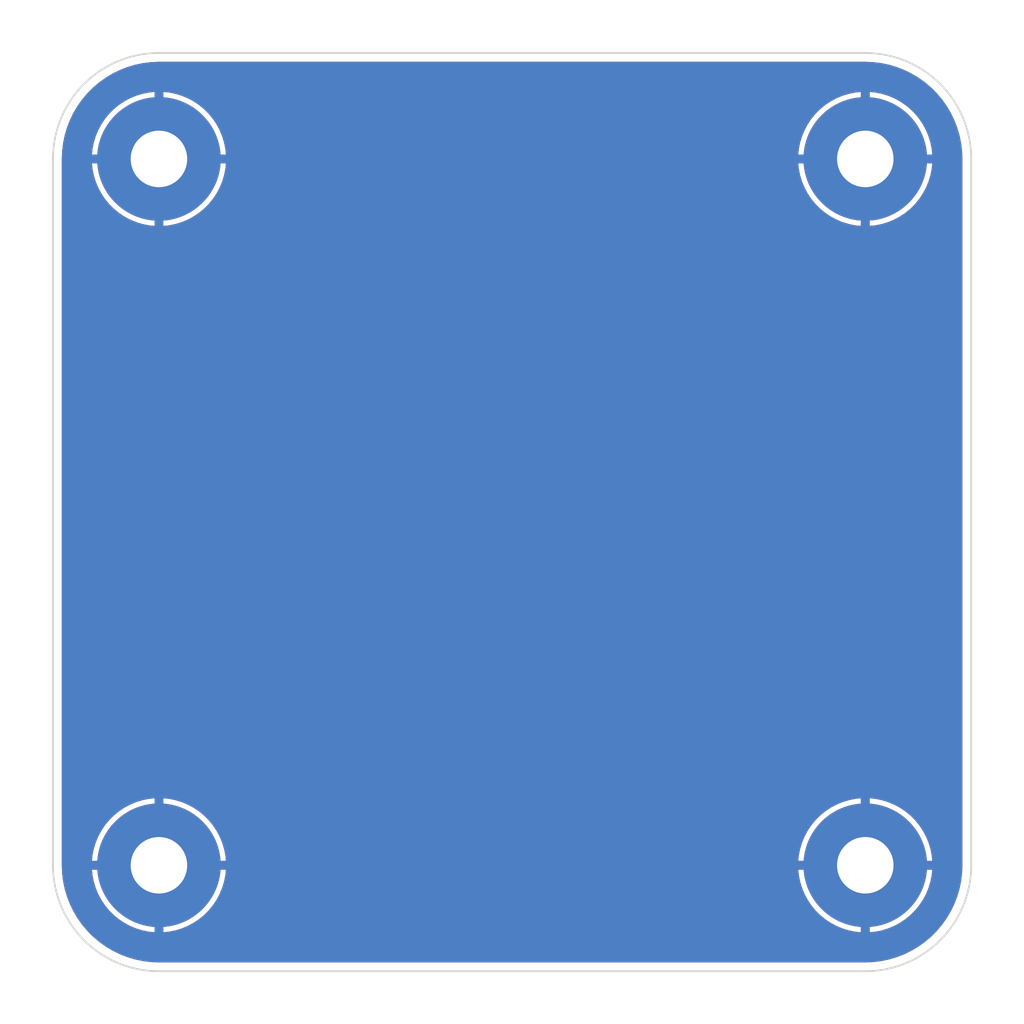
<source format=kicad_pcb>
(kicad_pcb (version 20241229) (generator "pcbnew") (generator_version "9.0")
  (title_block (title "Project name") (date "2022-02-19") (rev "1") (comment 1 "PCA number") (comment 2 "PCB number"))
  (layers (0 "F.Cu" signal) (2 "B.Cu" signal) (13 "F.Paste" user) (15 "B.Paste" user) (5 "F.SilkS" user "F.Silkscreen") (7 "B.SilkS" user "B.Silkscreen") (1 "F.Mask" user) (3 "B.Mask" user) (25 "Edge.Cuts" user))
  (net 0 "")
  (net 1 "GND")
  (footprint "lily_footprints:mec_hole_m3_pth" (layer "F.Cu") (at 130 110)
    (property "Reference" "M1004" (hide yes))
    (property "Value" "mec_hole_m3_pth" (hide yes))
    (pad "1" thru_hole circle (at 0 0) (size 7 7) (drill 3.2) (layers "*.Cu" "*.Mask") (net 1 "GND") (thermal_bridge_width 0.5) (thermal_gap 0.3))
  )
  (footprint "lily_footprints:mec_hole_m3_pth" (layer "F.Cu") (at 170 70)
    (property "Reference" "M1002" (hide yes))
    (property "Value" "mec_hole_m3_pth" (hide yes))
    (pad "1" thru_hole circle (at 0 0) (size 7 7) (drill 3.2) (layers "*.Cu" "*.Mask") (net 1 "GND") (thermal_bridge_width 0.5) (thermal_gap 0.3))
  )
  (footprint "lily_footprints:mec_hole_m3_pth" (layer "F.Cu") (at 170 110)
    (property "Reference" "M1003" (hide yes))
    (property "Value" "mec_hole_m3_pth" (hide yes))
    (pad "1" thru_hole circle (at 0 0) (size 7 7) (drill 3.2) (layers "*.Cu" "*.Mask") (net 1 "GND") (thermal_bridge_width 0.5) (thermal_gap 0.3))
  )
  (footprint "lily_footprints:mec_hole_m3_pth" (layer "F.Cu") (at 130 70)
    (property "Reference" "M1001" (hide yes))
    (property "Value" "mec_hole_m3_pth" (hide yes))
    (pad "1" thru_hole circle (at 0 0) (size 7 7) (drill 3.2) (layers "*.Cu" "*.Mask") (net 1 "GND") (thermal_bridge_width 0.5) (thermal_gap 0.3))
  )
  (gr_line (start 176 110) (end 176 70) (stroke (width 0.1)) (layer "Edge.Cuts"))
  (gr_line (start 124 70) (end 124 110) (stroke (width 0.1)) (layer "Edge.Cuts"))
  (gr_arc (start 130 116) (mid 125.757359 114.242641) (end 124 110) (stroke (width 0.1)) (layer "Edge.Cuts"))
  (gr_arc (start 176 110) (mid 174.242641 114.242641) (end 170 116) (stroke (width 0.1)) (layer "Edge.Cuts"))
  (gr_line (start 170 64) (end 130 64) (stroke (width 0.1)) (layer "Edge.Cuts"))
  (gr_line (start 130 116) (end 170 116) (stroke (width 0.1)) (layer "Edge.Cuts"))
  (gr_arc (start 170 64) (mid 174.242641 65.757359) (end 176 70) (stroke (width 0.1)) (layer "Edge.Cuts"))
  (gr_arc (start 124 70) (mid 125.757359 65.757359) (end 130 64) (stroke (width 0.1)) (layer "Edge.Cuts"))
  (zone (net 1) (net_name "GND") (layers "F.Cu" "B.Cu") (connect_pads (clearance 0.2)) (min_thickness 0.2) (fill yes (thermal_gap 0.2) (thermal_bridge_width 0.2))
    (polygon (pts (xy 121 61) (xy 179 61) (xy 179 119) (xy 121 119)))
  )
)
</source>
